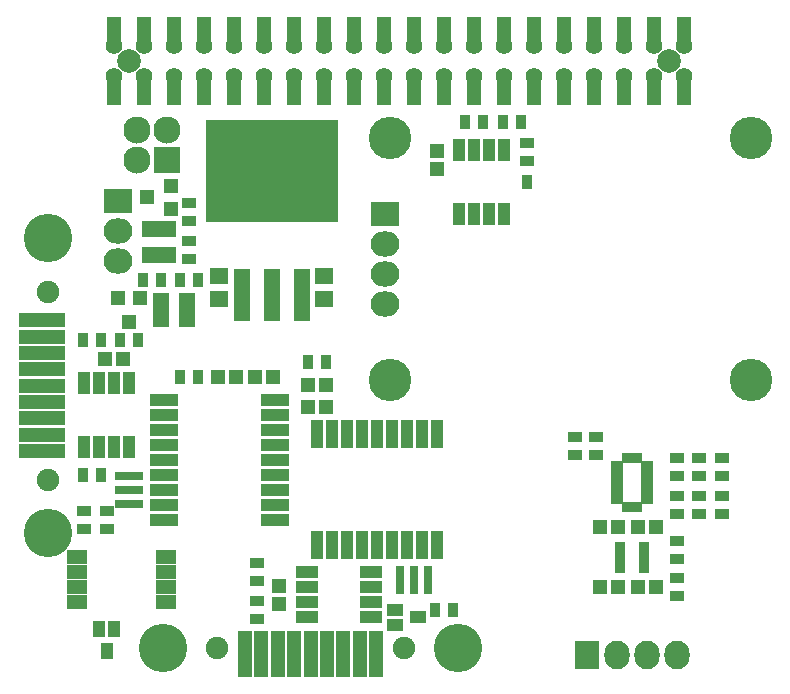
<source format=gbr>
G04 #@! TF.FileFunction,Soldermask,Top*
%FSLAX46Y46*%
G04 Gerber Fmt 4.6, Leading zero omitted, Abs format (unit mm)*
G04 Created by KiCad (PCBNEW (2016-03-06 BZR 6610)-product) date 2016 August 04, Thursday 19:48:28*
%MOMM*%
G01*
G04 APERTURE LIST*
%ADD10C,0.100000*%
%ADD11R,2.300000X2.300000*%
%ADD12C,2.300000*%
%ADD13R,1.200000X1.150000*%
%ADD14R,1.150000X1.200000*%
%ADD15R,1.000000X2.400000*%
%ADD16R,1.950000X1.000000*%
%ADD17R,2.400000X1.000000*%
%ADD18R,1.000000X1.950000*%
%ADD19R,1.075000X0.650000*%
%ADD20R,0.650000X0.950000*%
%ADD21R,2.432000X2.127200*%
%ADD22O,2.432000X2.127200*%
%ADD23R,1.050000X1.460000*%
%ADD24R,1.200100X1.200100*%
%ADD25R,1.300000X0.900000*%
%ADD26R,0.900000X1.300000*%
%ADD27R,1.670000X1.160000*%
%ADD28R,0.800000X2.400000*%
%ADD29R,2.400000X0.800000*%
%ADD30R,1.289000X2.080000*%
%ADD31C,2.000000*%
%ADD32C,1.400000*%
%ADD33R,3.900000X1.200000*%
%ADD34C,4.100000*%
%ADD35C,1.900000*%
%ADD36R,1.200000X3.900000*%
%ADD37C,3.600000*%
%ADD38R,2.127200X2.432000*%
%ADD39O,2.127200X2.432000*%
%ADD40R,0.900000X0.750000*%
%ADD41R,0.830000X0.680000*%
%ADD42R,1.650000X1.400000*%
%ADD43R,1.441400X4.387800*%
%ADD44R,11.144200X8.705800*%
%ADD45R,1.460000X1.050000*%
%ADD46R,0.999440X1.400760*%
%ADD47R,1.400760X0.999440*%
G04 APERTURE END LIST*
D10*
D11*
X130315000Y-84125000D03*
D12*
X130315000Y-81625000D03*
X127815000Y-84125000D03*
X127815000Y-81625000D03*
D13*
X170205000Y-120320000D03*
X171705000Y-120320000D03*
X168530000Y-120320000D03*
X167030000Y-120320000D03*
D14*
X139840000Y-120205000D03*
X139840000Y-121705000D03*
D13*
X142265000Y-103175000D03*
X143765000Y-103175000D03*
X142265000Y-105080000D03*
X143765000Y-105080000D03*
X170205000Y-115240000D03*
X171705000Y-115240000D03*
X168530000Y-115240000D03*
X167030000Y-115240000D03*
X126620000Y-101016000D03*
X125120000Y-101016000D03*
X136145000Y-102540000D03*
X134645000Y-102540000D03*
X137820000Y-102540000D03*
X139320000Y-102540000D03*
D15*
X143015000Y-116765000D03*
X144285000Y-116765000D03*
X145555000Y-116765000D03*
X146825000Y-116765000D03*
X148095000Y-116765000D03*
X149365000Y-116765000D03*
X150635000Y-116765000D03*
X151905000Y-116765000D03*
X153175000Y-116765000D03*
X153175000Y-107365000D03*
X151905000Y-107365000D03*
X150635000Y-107365000D03*
X149365000Y-107365000D03*
X148095000Y-107365000D03*
X146825000Y-107365000D03*
X145555000Y-107365000D03*
X144285000Y-107365000D03*
X143015000Y-107365000D03*
D16*
X142220000Y-119050000D03*
X142220000Y-120320000D03*
X142220000Y-121590000D03*
X142220000Y-122860000D03*
X147620000Y-122860000D03*
X147620000Y-121590000D03*
X147620000Y-120320000D03*
X147620000Y-119050000D03*
D17*
X130060000Y-104445000D03*
X130060000Y-105715000D03*
X130060000Y-106985000D03*
X130060000Y-108255000D03*
X130060000Y-109525000D03*
X130060000Y-110795000D03*
X130060000Y-112065000D03*
X130060000Y-113335000D03*
X130060000Y-114605000D03*
X139460000Y-114605000D03*
X139460000Y-113335000D03*
X139460000Y-112065000D03*
X139460000Y-110795000D03*
X139460000Y-109525000D03*
X139460000Y-108255000D03*
X139460000Y-106985000D03*
X139460000Y-105715000D03*
X139460000Y-104445000D03*
D18*
X127140000Y-103015000D03*
X125870000Y-103015000D03*
X124600000Y-103015000D03*
X123330000Y-103015000D03*
X123330000Y-108415000D03*
X124600000Y-108415000D03*
X125870000Y-108415000D03*
X127140000Y-108415000D03*
D19*
X170947500Y-109930000D03*
X170947500Y-110430000D03*
X170947500Y-110930000D03*
X170947500Y-111430000D03*
X170947500Y-111930000D03*
X170947500Y-112430000D03*
X170947500Y-112930000D03*
X168422500Y-112930000D03*
X168422500Y-112430000D03*
X168422500Y-111930000D03*
X168422500Y-111430000D03*
X168422500Y-110930000D03*
X168422500Y-110430000D03*
X168422500Y-109930000D03*
D20*
X170185000Y-113480000D03*
X169685000Y-113480000D03*
X169185000Y-113480000D03*
X170185000Y-109380000D03*
X169685000Y-109380000D03*
X169185000Y-109380000D03*
D21*
X148800000Y-88690000D03*
D22*
X148800000Y-91230000D03*
X148800000Y-93770000D03*
X148800000Y-96310000D03*
D21*
X126200000Y-87610000D03*
D22*
X126200000Y-90150000D03*
X126200000Y-92690000D03*
D23*
X128730000Y-92210000D03*
X129680000Y-92210000D03*
X130630000Y-92210000D03*
X130630000Y-90010000D03*
X128730000Y-90010000D03*
X129680000Y-90010000D03*
D24*
X130680760Y-88250000D03*
X130680760Y-86350000D03*
X128681780Y-87300000D03*
D25*
X173495000Y-121070000D03*
X173495000Y-119570000D03*
X137935000Y-122975000D03*
X137935000Y-121475000D03*
X173495000Y-117895000D03*
X173495000Y-116395000D03*
X137935000Y-118300000D03*
X137935000Y-119800000D03*
X132220000Y-92495000D03*
X132220000Y-90995000D03*
X132220000Y-87820000D03*
X132220000Y-89320000D03*
D26*
X153060000Y-122225000D03*
X154560000Y-122225000D03*
X142265000Y-101270000D03*
X143765000Y-101270000D03*
D25*
X125235000Y-113855000D03*
X125235000Y-115355000D03*
X173495000Y-109410000D03*
X173495000Y-110910000D03*
X175400000Y-109410000D03*
X175400000Y-110910000D03*
X177305000Y-109410000D03*
X177305000Y-110910000D03*
X173495000Y-112585000D03*
X173495000Y-114085000D03*
X175400000Y-112585000D03*
X175400000Y-114085000D03*
X177305000Y-112585000D03*
X177305000Y-114085000D03*
D26*
X123215000Y-99365000D03*
X124715000Y-99365000D03*
X127890000Y-99365000D03*
X126390000Y-99365000D03*
X124715000Y-110795000D03*
X123215000Y-110795000D03*
X131470000Y-102540000D03*
X132970000Y-102540000D03*
D25*
X123330000Y-113855000D03*
X123330000Y-115355000D03*
X164859000Y-109132000D03*
X164859000Y-107632000D03*
X166637000Y-109132000D03*
X166637000Y-107632000D03*
D27*
X130300000Y-121590000D03*
X130300000Y-120320000D03*
X130300000Y-119050000D03*
X130300000Y-117780000D03*
X122710000Y-117780000D03*
X122710000Y-119050000D03*
X122710000Y-120320000D03*
X122710000Y-121590000D03*
D28*
X152470000Y-119685000D03*
X151270000Y-119685000D03*
X150070000Y-119685000D03*
D29*
X127140000Y-113265000D03*
X127140000Y-112065000D03*
X127140000Y-110865000D03*
D30*
X125870000Y-73030000D03*
X128410000Y-73030000D03*
X130950000Y-73030000D03*
X133490000Y-73030000D03*
X136030000Y-73030000D03*
X138570000Y-73030000D03*
X141110000Y-73030000D03*
X143650000Y-73030000D03*
X146190000Y-73030000D03*
X148730000Y-73030000D03*
X151270000Y-73030000D03*
X153810000Y-73030000D03*
X156350000Y-73030000D03*
X158890000Y-73030000D03*
X161430000Y-73030000D03*
X163970000Y-73030000D03*
X166510000Y-73030000D03*
X169050000Y-73030000D03*
X171590000Y-73030000D03*
X174130000Y-73030000D03*
X125870000Y-78470000D03*
X128410000Y-78470000D03*
X130950000Y-78470000D03*
X133490000Y-78470000D03*
X136030000Y-78470000D03*
X138570000Y-78470000D03*
X141110000Y-78470000D03*
X143650000Y-78470000D03*
X146190000Y-78470000D03*
X148730000Y-78470000D03*
X151270000Y-78470000D03*
X153810000Y-78470000D03*
X156350000Y-78470000D03*
X158890000Y-78470000D03*
X161430000Y-78470000D03*
X163970000Y-78470000D03*
X166510000Y-78470000D03*
X169050000Y-78470000D03*
X171590000Y-78470000D03*
X174130000Y-78470000D03*
D31*
X127140000Y-75750000D03*
X172860000Y-75750000D03*
D32*
X125870000Y-77020000D03*
X128410000Y-77020000D03*
X130950000Y-77020000D03*
X133490000Y-77020000D03*
X136030000Y-77020000D03*
X138570000Y-77020000D03*
X141110000Y-77020000D03*
X143650000Y-77020000D03*
X146190000Y-77020000D03*
X148730000Y-77020000D03*
X151270000Y-77020000D03*
X153810000Y-77020000D03*
X156350000Y-77020000D03*
X158890000Y-77020000D03*
X161430000Y-77020000D03*
X163970000Y-77020000D03*
X166510000Y-77020000D03*
X169050000Y-77020000D03*
X171590000Y-77020000D03*
X174130000Y-77020000D03*
X125870000Y-74480000D03*
X128410000Y-74480000D03*
X130950000Y-74480000D03*
X133490000Y-74480000D03*
X136030000Y-74480000D03*
X138570000Y-74480000D03*
X141110000Y-74480000D03*
X143650000Y-74480000D03*
X146190000Y-74480000D03*
X148730000Y-74480000D03*
X151270000Y-74480000D03*
X153810000Y-74480000D03*
X156350000Y-74480000D03*
X158890000Y-74480000D03*
X161430000Y-74480000D03*
X163970000Y-74480000D03*
X166510000Y-74480000D03*
X169050000Y-74480000D03*
X171590000Y-74480000D03*
X174130000Y-74480000D03*
D33*
X119750000Y-103250000D03*
D34*
X120300000Y-115745000D03*
D33*
X119750000Y-101865000D03*
X119750000Y-100480000D03*
X119750000Y-99095000D03*
X119750000Y-97710000D03*
X119750000Y-104635000D03*
X119750000Y-106020000D03*
X119750000Y-107405000D03*
X119750000Y-108790000D03*
D34*
X120300000Y-90755000D03*
D35*
X120300000Y-111200000D03*
X120300000Y-95300000D03*
D36*
X142500000Y-126000000D03*
D34*
X154995000Y-125450000D03*
D36*
X141115000Y-126000000D03*
X139730000Y-126000000D03*
X138345000Y-126000000D03*
X136960000Y-126000000D03*
X143885000Y-126000000D03*
X145270000Y-126000000D03*
X146655000Y-126000000D03*
X148040000Y-126000000D03*
D34*
X130005000Y-125450000D03*
D35*
X150450000Y-125450000D03*
X134550000Y-125450000D03*
D37*
X149250000Y-82250000D03*
X179750000Y-82250000D03*
X149250000Y-102750000D03*
X179750000Y-102750000D03*
D14*
X153175000Y-84875000D03*
X153175000Y-83375000D03*
D25*
X160795000Y-82740000D03*
X160795000Y-84240000D03*
D26*
X155600000Y-80950000D03*
X157100000Y-80950000D03*
X160275000Y-80950000D03*
X158775000Y-80950000D03*
D18*
X155080000Y-88730000D03*
X156350000Y-88730000D03*
X157620000Y-88730000D03*
X158890000Y-88730000D03*
X158890000Y-83330000D03*
X157620000Y-83330000D03*
X156350000Y-83330000D03*
X155080000Y-83330000D03*
D38*
X165875000Y-126035000D03*
D39*
X168415000Y-126035000D03*
X170955000Y-126035000D03*
X173495000Y-126035000D03*
D40*
X168660000Y-118755000D03*
X168660000Y-118105000D03*
X168660000Y-117455000D03*
X168660000Y-116805000D03*
X170710000Y-116805000D03*
X170710000Y-117455000D03*
X170710000Y-118105000D03*
X170710000Y-118755000D03*
D41*
X160795000Y-85775000D03*
X160795000Y-86285000D03*
D42*
X134760000Y-93920000D03*
X134760000Y-95920000D03*
X143650000Y-95920000D03*
X143650000Y-93920000D03*
D43*
X141745000Y-95605800D03*
X139205000Y-95605800D03*
X136665000Y-95605800D03*
D44*
X139205000Y-85052100D03*
D45*
X132050000Y-97775000D03*
X132050000Y-96825000D03*
X132050000Y-95875000D03*
X129850000Y-95875000D03*
X129850000Y-97775000D03*
X129850000Y-96825000D03*
D24*
X128090000Y-95824240D03*
X126190000Y-95824240D03*
X127140000Y-97823220D03*
D26*
X132970000Y-94285000D03*
X131470000Y-94285000D03*
X128295000Y-94285000D03*
X129795000Y-94285000D03*
D46*
X124584760Y-123815040D03*
X125885240Y-123815040D03*
X125235000Y-125714960D03*
D47*
X149685040Y-123510240D03*
X149685040Y-122209760D03*
X151584960Y-122860000D03*
M02*

</source>
